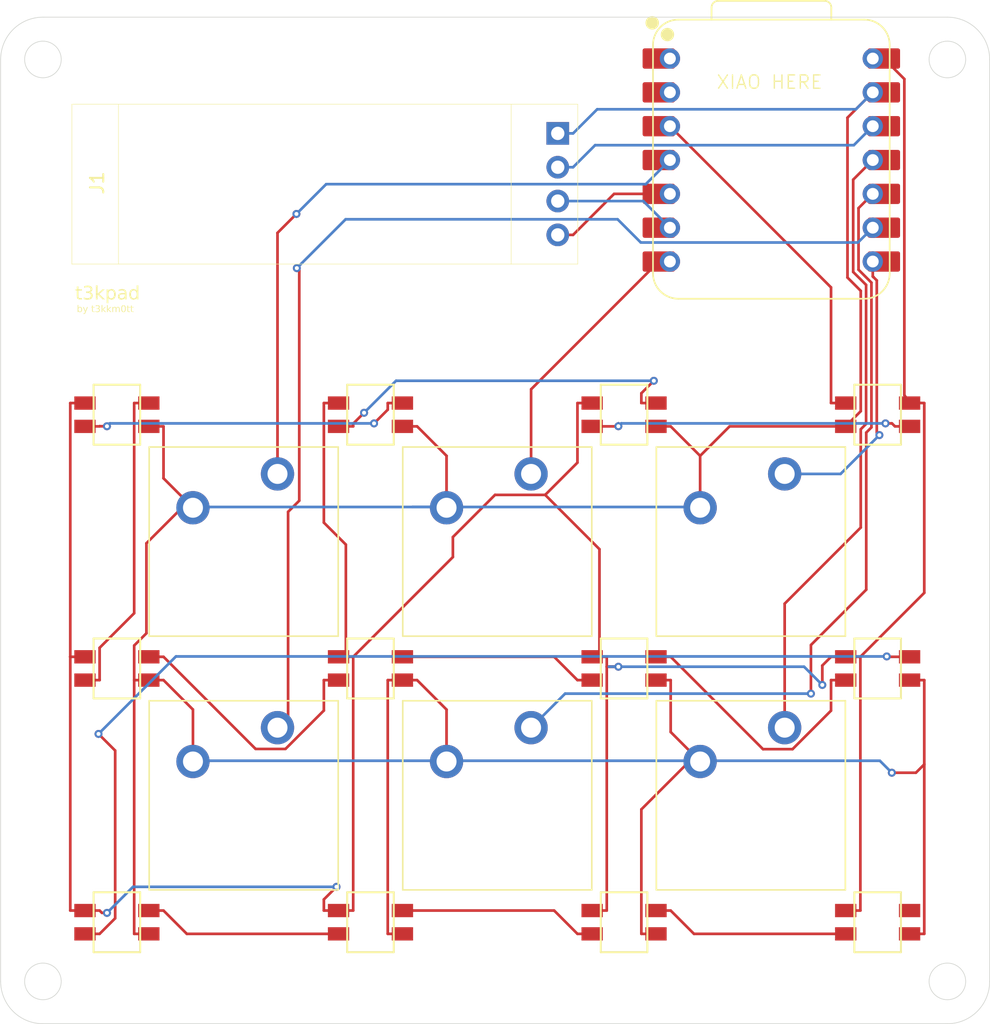
<source format=kicad_pcb>
(kicad_pcb (version 20241229) (generator "pcbnew") (generator_version "9.0")
  (layers (0 "F.Cu" signal) (2 "B.Cu" signal) (13 "F.Paste" user) (15 "B.Paste" user) (5 "F.SilkS" user "F.Silkscreen") (7 "B.SilkS" user "B.Silkscreen") (1 "F.Mask" user) (3 "B.Mask" user) (25 "Edge.Cuts" user))
  (net 0 "")
  (net 1 "Net-(U1-GPIO29{slash}ADC3{slash}A3)")
  (net 2 "Net-(U1-GPIO0{slash}TX)")
  (net 3 "Net-(U1-GPIO1{slash}RX)")
  (net 4 "Net-(U1-GPIO2{slash}SCK)")
  (net 5 "Net-(U1-GPIO4{slash}MISO)")
  (net 6 "Net-(U1-GPIO3{slash}MOSI)")
  (net 7 "Net-(D3-DOUT)")
  (net 8 "+3V3")
  (net 9 "Net-(D1-VSS)")
  (net 10 "Net-(D1-VDD)")
  (net 11 "Net-(D2-DOUT)")
  (net 12 "Net-(D7-DOUT)")
  (net 13 "Net-(D4-DOUT)")
  (net 14 "Net-(D5-DOUT)")
  (net 15 "Net-(D6-DOUT)")
  (net 16 "Net-(J1-Pin_4)")
  (net 17 "Net-(J1-Pin_3)")
  (net 18 "Net-(D10-DIN)")
  (net 19 "Net-(D10-DOUT)")
  (net 20 "Net-(D11-DOUT)")
  (net 22 "Net-(D8-DOUT)")
  (net 24 "VBUS")
  (net 25 "GND")
  (footprint "kicad-SK6812MINI:SK6812MINI" (layer "F.Cu") (at 85.5663 71.755)
    (property "Reference" "D7" (hide yes))
    (property "Value" "SK6812MINI" (hide yes))
    (fp_line (start -1.75 -2.25) (end 1.75 -2.25) (stroke (width 0.15)) (layer "F.SilkS"))
    (fp_line (start -1.75 2.25) (end -1.75 -2.25) (stroke (width 0.15)) (layer "F.SilkS"))
    (fp_line (start 1.75 -2.25) (end 1.75 2.25) (stroke (width 0.15)) (layer "F.SilkS"))
    (fp_line (start 1.75 2.25) (end -1.75 2.25) (stroke (width 0.15)) (layer "F.SilkS"))
    (pad "1" smd rect (at 2.4 -0.875) (size 1.6 1) (layers "F.Cu" "F.Mask" "F.Paste") (net 12 "Net-(D7-DOUT)"))
    (pad "2" smd rect (at 2.4 0.875) (size 1.6 1) (layers "F.Cu" "F.Mask" "F.Paste") (net 25 "GND"))
    (pad "3" smd rect (at -2.4 0.875) (size 1.6 1) (layers "F.Cu" "F.Mask" "F.Paste") (net 15 "Net-(D6-DOUT)"))
    (pad "4" smd rect (at -2.4 -0.875) (size 1.6 1) (layers "F.Cu" "F.Mask" "F.Paste") (net 24 "VBUS"))
  )
  (footprint "kicad-SK6812MINI:SK6812MINI" (layer "F.Cu") (at 104.6163 52.705)
    (property "Reference" "D1" (hide yes))
    (property "Value" "SK6812MINI" (hide yes))
    (fp_line (start -1.75 -2.25) (end 1.75 -2.25) (stroke (width 0.15)) (layer "F.SilkS"))
    (fp_line (start -1.75 2.25) (end -1.75 -2.25) (stroke (width 0.15)) (layer "F.SilkS"))
    (fp_line (start 1.75 -2.25) (end 1.75 2.25) (stroke (width 0.15)) (layer "F.SilkS"))
    (fp_line (start 1.75 2.25) (end -1.75 2.25) (stroke (width 0.15)) (layer "F.SilkS"))
    (pad "1" smd rect (at 2.4 -0.875) (size 1.6 1) (layers "F.Cu" "F.Mask" "F.Paste") (net 24 "VBUS"))
    (pad "2" smd rect (at 2.4 0.875) (size 1.6 1) (layers "F.Cu" "F.Mask" "F.Paste") (net 9 "Net-(D1-VSS)"))
    (pad "3" smd rect (at -2.4 0.875) (size 1.6 1) (layers "F.Cu" "F.Mask" "F.Paste") (net 25 "GND"))
    (pad "4" smd rect (at -2.4 -0.875) (size 1.6 1) (layers "F.Cu" "F.Mask" "F.Paste") (net 10 "Net-(D1-VDD)"))
  )
  (footprint "kicad-SK6812MINI:SK6812MINI" (layer "F.Cu") (at 104.6163 90.805)
    (property "Reference" "D12" (hide yes))
    (property "Value" "SK6812MINI" (hide yes))
    (fp_line (start -1.75 -2.25) (end 1.75 -2.25) (stroke (width 0.15)) (layer "F.SilkS"))
    (fp_line (start -1.75 2.25) (end -1.75 -2.25) (stroke (width 0.15)) (layer "F.SilkS"))
    (fp_line (start 1.75 -2.25) (end 1.75 2.25) (stroke (width 0.15)) (layer "F.SilkS"))
    (fp_line (start 1.75 2.25) (end -1.75 2.25) (stroke (width 0.15)) (layer "F.SilkS"))
    (pad "1" smd rect (at 2.4 -0.875) (size 1.6 1) (layers "F.Cu" "F.Mask" "F.Paste"))
    (pad "2" smd rect (at 2.4 0.875) (size 1.6 1) (layers "F.Cu" "F.Mask" "F.Paste") (net 25 "GND"))
    (pad "3" smd rect (at -2.4 0.875) (size 1.6 1) (layers "F.Cu" "F.Mask" "F.Paste") (net 20 "Net-(D11-DOUT)"))
    (pad "4" smd rect (at -2.4 -0.875) (size 1.6 1) (layers "F.Cu" "F.Mask" "F.Paste") (net 24 "VBUS"))
  )
  (footprint "ScottoKeebs_MX:MX_PCB_1.00u" (layer "F.Cu") (at 56.9913 81.28)
    (property "Reference" "SW4" (hide yes))
    (property "Value" "SW_Push" (hide yes))
    (fp_line (start -7.1 -7.1) (end -7.1 7.1) (stroke (width 0.12)) (layer "F.SilkS"))
    (fp_line (start -7.1 7.1) (end 7.1 7.1) (stroke (width 0.12)) (layer "F.SilkS"))
    (fp_line (start 7.1 -7.1) (end -7.1 -7.1) (stroke (width 0.12)) (layer "F.SilkS"))
    (fp_line (start 7.1 7.1) (end 7.1 -7.1) (stroke (width 0.12)) (layer "F.SilkS"))
    (pad "" np_thru_hole circle (at -5.08 0) (size 1.75 1.75) (drill 1.75) (layers "*.Cu" "*.Mask"))
    (pad "" np_thru_hole circle (at 0 0) (size 4 4) (drill 4) (layers "*.Cu" "*.Mask"))
    (pad "" np_thru_hole circle (at 5.08 0) (size 1.75 1.75) (drill 1.75) (layers "*.Cu" "*.Mask"))
    (pad "1" thru_hole circle (at -3.81 -2.54) (size 2.5 2.5) (drill 1.5) (layers "*.Cu" "*.Mask") (net 25 "GND"))
    (pad "2" thru_hole circle (at 2.54 -5.08) (size 2.5 2.5) (drill 1.5) (layers "*.Cu" "*.Mask") (net 4 "Net-(U1-GPIO2{slash}SCK)"))
  )
  (footprint "kicad-SK6812MINI:SK6812MINI" (layer "F.Cu") (at 47.4663 90.805)
    (property "Reference" "D9" (hide yes))
    (property "Value" "SK6812MINI" (hide yes))
    (fp_line (start -1.75 -2.25) (end 1.75 -2.25) (stroke (width 0.15)) (layer "F.SilkS"))
    (fp_line (start -1.75 2.25) (end -1.75 -2.25) (stroke (width 0.15)) (layer "F.SilkS"))
    (fp_line (start 1.75 -2.25) (end 1.75 2.25) (stroke (width 0.15)) (layer "F.SilkS"))
    (fp_line (start 1.75 2.25) (end -1.75 2.25) (stroke (width 0.15)) (layer "F.SilkS"))
    (pad "1" smd rect (at 2.4 -0.875) (size 1.6 1) (layers "F.Cu" "F.Mask" "F.Paste") (net 18 "Net-(D10-DIN)"))
    (pad "2" smd rect (at 2.4 0.875) (size 1.6 1) (layers "F.Cu" "F.Mask" "F.Paste") (net 25 "GND"))
    (pad "3" smd rect (at -2.4 0.875) (size 1.6 1) (layers "F.Cu" "F.Mask" "F.Paste") (net 22 "Net-(D8-DOUT)"))
    (pad "4" smd rect (at -2.4 -0.875) (size 1.6 1) (layers "F.Cu" "F.Mask" "F.Paste") (net 24 "VBUS"))
  )
  (footprint "ScottoKeebs_MX:MX_PCB_1.00u" (layer "F.Cu") (at 95.0913 62.23)
    (property "Reference" "SW3" (hide yes))
    (property "Value" "SW_Push" (hide yes))
    (fp_line (start -7.1 -7.1) (end -7.1 7.1) (stroke (width 0.12)) (layer "F.SilkS"))
    (fp_line (start -7.1 7.1) (end 7.1 7.1) (stroke (width 0.12)) (layer "F.SilkS"))
    (fp_line (start 7.1 -7.1) (end -7.1 -7.1) (stroke (width 0.12)) (layer "F.SilkS"))
    (fp_line (start 7.1 7.1) (end 7.1 -7.1) (stroke (width 0.12)) (layer "F.SilkS"))
    (pad "" np_thru_hole circle (at -5.08 0) (size 1.75 1.75) (drill 1.75) (layers "*.Cu" "*.Mask"))
    (pad "" np_thru_hole circle (at 0 0) (size 4 4) (drill 4) (layers "*.Cu" "*.Mask"))
    (pad "" np_thru_hole circle (at 5.08 0) (size 1.75 1.75) (drill 1.75) (layers "*.Cu" "*.Mask"))
    (pad "1" thru_hole circle (at -3.81 -2.54) (size 2.5 2.5) (drill 1.5) (layers "*.Cu" "*.Mask") (net 25 "GND"))
    (pad "2" thru_hole circle (at 2.54 -5.08) (size 2.5 2.5) (drill 1.5) (layers "*.Cu" "*.Mask") (net 3 "Net-(U1-GPIO1{slash}RX)"))
  )
  (footprint "kicad-SK6812MINI:SK6812MINI" (layer "F.Cu") (at 66.5163 71.755)
    (property "Reference" "D6" (hide yes))
    (property "Value" "SK6812MINI" (hide yes))
    (fp_line (start -1.75 -2.25) (end 1.75 -2.25) (stroke (width 0.15)) (layer "F.SilkS"))
    (fp_line (start -1.75 2.25) (end -1.75 -2.25) (stroke (width 0.15)) (layer "F.SilkS"))
    (fp_line (start 1.75 -2.25) (end 1.75 2.25) (stroke (width 0.15)) (layer "F.SilkS"))
    (fp_line (start 1.75 2.25) (end -1.75 2.25) (stroke (width 0.15)) (layer "F.SilkS"))
    (pad "1" smd rect (at 2.4 -0.875) (size 1.6 1) (layers "F.Cu" "F.Mask" "F.Paste") (net 15 "Net-(D6-DOUT)"))
    (pad "2" smd rect (at 2.4 0.875) (size 1.6 1) (layers "F.Cu" "F.Mask" "F.Paste") (net 25 "GND"))
    (pad "3" smd rect (at -2.4 0.875) (size 1.6 1) (layers "F.Cu" "F.Mask" "F.Paste") (net 14 "Net-(D5-DOUT)"))
    (pad "4" smd rect (at -2.4 -0.875) (size 1.6 1) (layers "F.Cu" "F.Mask" "F.Paste") (net 24 "VBUS"))
  )
  (footprint "kicad-SK6812MINI:SK6812MINI" (layer "F.Cu") (at 104.6163 71.755)
    (property "Reference" "D8" (hide yes))
    (property "Value" "SK6812MINI" (hide yes))
    (fp_line (start -1.75 -2.25) (end 1.75 -2.25) (stroke (width 0.15)) (layer "F.SilkS"))
    (fp_line (start -1.75 2.25) (end -1.75 -2.25) (stroke (width 0.15)) (layer "F.SilkS"))
    (fp_line (start 1.75 -2.25) (end 1.75 2.25) (stroke (width 0.15)) (layer "F.SilkS"))
    (fp_line (start 1.75 2.25) (end -1.75 2.25) (stroke (width 0.15)) (layer "F.SilkS"))
    (pad "1" smd rect (at 2.4 -0.875) (size 1.6 1) (layers "F.Cu" "F.Mask" "F.Paste") (net 22 "Net-(D8-DOUT)"))
    (pad "2" smd rect (at 2.4 0.875) (size 1.6 1) (layers "F.Cu" "F.Mask" "F.Paste") (net 25 "GND"))
    (pad "3" smd rect (at -2.4 0.875) (size 1.6 1) (layers "F.Cu" "F.Mask" "F.Paste") (net 12 "Net-(D7-DOUT)"))
    (pad "4" smd rect (at -2.4 -0.875) (size 1.6 1) (layers "F.Cu" "F.Mask" "F.Paste") (net 24 "VBUS"))
  )
  (footprint "ScottoKeebs_MX:MX_PCB_1.00u" (layer "F.Cu") (at 56.9913 62.23)
    (property "Reference" "SW1" (hide yes))
    (property "Value" "SW_Push" (hide yes))
    (fp_line (start -7.1 -7.1) (end -7.1 7.1) (stroke (width 0.12)) (layer "F.SilkS"))
    (fp_line (start -7.1 7.1) (end 7.1 7.1) (stroke (width 0.12)) (layer "F.SilkS"))
    (fp_line (start 7.1 -7.1) (end -7.1 -7.1) (stroke (width 0.12)) (layer "F.SilkS"))
    (fp_line (start 7.1 7.1) (end 7.1 -7.1) (stroke (width 0.12)) (layer "F.SilkS"))
    (pad "" np_thru_hole circle (at -5.08 0) (size 1.75 1.75) (drill 1.75) (layers "*.Cu" "*.Mask"))
    (pad "" np_thru_hole circle (at 0 0) (size 4 4) (drill 4) (layers "*.Cu" "*.Mask"))
    (pad "" np_thru_hole circle (at 5.08 0) (size 1.75 1.75) (drill 1.75) (layers "*.Cu" "*.Mask"))
    (pad "1" thru_hole circle (at -3.81 -2.54) (size 2.5 2.5) (drill 1.5) (layers "*.Cu" "*.Mask") (net 25 "GND"))
    (pad "2" thru_hole circle (at 2.54 -5.08) (size 2.5 2.5) (drill 1.5) (layers "*.Cu" "*.Mask") (net 1 "Net-(U1-GPIO29{slash}ADC3{slash}A3)"))
  )
  (footprint "kicad-SK6812MINI:SK6812MINI" (layer "F.Cu") (at 85.5663 52.705)
    (property "Reference" "D2" (hide yes))
    (property "Value" "SK6812MINI" (hide yes))
    (fp_line (start -1.75 -2.25) (end 1.75 -2.25) (stroke (width 0.15)) (layer "F.SilkS"))
    (fp_line (start -1.75 2.25) (end -1.75 -2.25) (stroke (width 0.15)) (layer "F.SilkS"))
    (fp_line (start 1.75 -2.25) (end 1.75 2.25) (stroke (width 0.15)) (layer "F.SilkS"))
    (fp_line (start 1.75 2.25) (end -1.75 2.25) (stroke (width 0.15)) (layer "F.SilkS"))
    (pad "1" smd rect (at 2.4 -0.875) (size 1.6 1) (layers "F.Cu" "F.Mask" "F.Paste") (net 11 "Net-(D2-DOUT)"))
    (pad "2" smd rect (at 2.4 0.875) (size 1.6 1) (layers "F.Cu" "F.Mask" "F.Paste") (net 25 "GND"))
    (pad "3" smd rect (at -2.4 0.875) (size 1.6 1) (layers "F.Cu" "F.Mask" "F.Paste") (net 9 "Net-(D1-VSS)"))
    (pad "4" smd rect (at -2.4 -0.875) (size 1.6 1) (layers "F.Cu" "F.Mask" "F.Paste") (net 24 "VBUS"))
  )
  (footprint "ScottoKeebs_MX:MX_PCB_1.00u" (layer "F.Cu") (at 76.0413 81.28)
    (property "Reference" "SW5" (hide yes))
    (property "Value" "SW_Push" (hide yes))
    (fp_line (start -7.1 -7.1) (end -7.1 7.1) (stroke (width 0.12)) (layer "F.SilkS"))
    (fp_line (start -7.1 7.1) (end 7.1 7.1) (stroke (width 0.12)) (layer "F.SilkS"))
    (fp_line (start 7.1 -7.1) (end -7.1 -7.1) (stroke (width 0.12)) (layer "F.SilkS"))
    (fp_line (start 7.1 7.1) (end 7.1 -7.1) (stroke (width 0.12)) (layer "F.SilkS"))
    (pad "" np_thru_hole circle (at -5.08 0) (size 1.75 1.75) (drill 1.75) (layers "*.Cu" "*.Mask"))
    (pad "" np_thru_hole circle (at 0 0) (size 4 4) (drill 4) (layers "*.Cu" "*.Mask"))
    (pad "" np_thru_hole circle (at 5.08 0) (size 1.75 1.75) (drill 1.75) (layers "*.Cu" "*.Mask"))
    (pad "1" thru_hole circle (at -3.81 -2.54) (size 2.5 2.5) (drill 1.5) (layers "*.Cu" "*.Mask") (net 25 "GND"))
    (pad "2" thru_hole circle (at 2.54 -5.08) (size 2.5 2.5) (drill 1.5) (layers "*.Cu" "*.Mask") (net 5 "Net-(U1-GPIO4{slash}MISO)"))
  )
  (footprint "ScottoKeebs_MX:MX_PCB_1.00u" (layer "F.Cu") (at 95.0913 81.28)
    (property "Reference" "SW6" (hide yes))
    (property "Value" "SW_Push" (hide yes))
    (fp_line (start -7.1 -7.1) (end -7.1 7.1) (stroke (width 0.12)) (layer "F.SilkS"))
    (fp_line (start -7.1 7.1) (end 7.1 7.1) (stroke (width 0.12)) (layer "F.SilkS"))
    (fp_line (start 7.1 -7.1) (end -7.1 -7.1) (stroke (width 0.12)) (layer "F.SilkS"))
    (fp_line (start 7.1 7.1) (end 7.1 -7.1) (stroke (width 0.12)) (layer "F.SilkS"))
    (pad "" np_thru_hole circle (at -5.08 0) (size 1.75 1.75) (drill 1.75) (layers "*.Cu" "*.Mask"))
    (pad "" np_thru_hole circle (at 0 0) (size 4 4) (drill 4) (layers "*.Cu" "*.Mask"))
    (pad "" np_thru_hole circle (at 5.08 0) (size 1.75 1.75) (drill 1.75) (layers "*.Cu" "*.Mask"))
    (pad "1" thru_hole circle (at -3.81 -2.54) (size 2.5 2.5) (drill 1.5) (layers "*.Cu" "*.Mask") (net 25 "GND"))
    (pad "2" thru_hole circle (at 2.54 -5.08) (size 2.5 2.5) (drill 1.5) (layers "*.Cu" "*.Mask") (net 6 "Net-(U1-GPIO3{slash}MOSI)"))
  )
  (footprint "KiCad-SSD1306-0.91-OLED-4pin-128x32:SSD1306-0.91-OLED-4pin-128x32" (layer "F.Cu") (at 44.085 29.395)
    (property "Reference" "J1" (at 1.9 5.91 90) (layer "F.SilkS"))
    (property "Value" "Conn_01x04_Pin" (hide yes))
    (fp_line (start 0 0) (end 0 12) (stroke (width 0.04)) (layer "F.SilkS"))
    (fp_line (start 0 12) (end 38 12) (stroke (width 0.04)) (layer "F.SilkS"))
    (fp_line (start 3.5 0) (end 3.5 12) (stroke (width 0.04)) (layer "F.SilkS"))
    (fp_line (start 33 0) (end 33 12) (stroke (width 0.04)) (layer "F.SilkS"))
    (fp_line (start 38 0) (end 0 0) (stroke (width 0.04)) (layer "F.SilkS"))
    (fp_line (start 38 12) (end 38 0) (stroke (width 0.04)) (layer "F.SilkS"))
    (pad "1" thru_hole rect (at 36.5 2.19) (size 1.7 1.7) (drill 1) (layers "*.Cu" "*.Mask") (net 25 "GND"))
    (pad "2" thru_hole oval (at 36.5 4.73) (size 1.7 1.7) (drill 1) (layers "*.Cu" "*.Mask") (net 8 "+3V3"))
    (pad "3" thru_hole oval (at 36.5 7.27) (size 1.7 1.7) (drill 1) (layers "*.Cu" "*.Mask") (net 17 "Net-(J1-Pin_3)"))
    (pad "4" thru_hole oval (at 36.5 9.81) (size 1.7 1.7) (drill 1) (layers "*.Cu" "*.Mask") (net 16 "Net-(J1-Pin_4)"))
  )
  (footprint "ScottoKeebs_MX:MX_PCB_1.00u" (layer "F.Cu") (at 76.0413 62.23)
    (property "Reference" "SW2" (hide yes))
    (property "Value" "SW_Push" (hide yes))
    (fp_line (start -7.1 -7.1) (end -7.1 7.1) (stroke (width 0.12)) (layer "F.SilkS"))
    (fp_line (start -7.1 7.1) (end 7.1 7.1) (stroke (width 0.12)) (layer "F.SilkS"))
    (fp_line (start 7.1 -7.1) (end -7.1 -7.1) (stroke (width 0.12)) (layer "F.SilkS"))
    (fp_line (start 7.1 7.1) (end 7.1 -7.1) (stroke (width 0.12)) (layer "F.SilkS"))
    (pad "" np_thru_hole circle (at -5.08 0) (size 1.75 1.75) (drill 1.75) (layers "*.Cu" "*.Mask"))
    (pad "" np_thru_hole circle (at 0 0) (size 4 4) (drill 4) (layers "*.Cu" "*.Mask"))
    (pad "" np_thru_hole circle (at 5.08 0) (size 1.75 1.75) (drill 1.75) (layers "*.Cu" "*.Mask"))
    (pad "1" thru_hole circle (at -3.81 -2.54) (size 2.5 2.5) (drill 1.5) (layers "*.Cu" "*.Mask") (net 25 "GND"))
    (pad "2" thru_hole circle (at 2.54 -5.08) (size 2.5 2.5) (drill 1.5) (layers "*.Cu" "*.Mask") (net 2 "Net-(U1-GPIO0{slash}TX)"))
  )
  (footprint "kicad-SK6812MINI:SK6812MINI" (layer "F.Cu") (at 47.4663 71.755)
    (property "Reference" "D5" (hide yes))
    (property "Value" "SK6812MINI" (hide yes))
    (fp_line (start -1.75 -2.25) (end 1.75 -2.25) (stroke (width 0.15)) (layer "F.SilkS"))
    (fp_line (start -1.75 2.25) (end -1.75 -2.25) (stroke (width 0.15)) (layer "F.SilkS"))
    (fp_line (start 1.75 -2.25) (end 1.75 2.25) (stroke (width 0.15)) (layer "F.SilkS"))
    (fp_line (start 1.75 2.25) (end -1.75 2.25) (stroke (width 0.15)) (layer "F.SilkS"))
    (pad "1" smd rect (at 2.4 -0.875) (size 1.6 1) (layers "F.Cu" "F.Mask" "F.Paste") (net 14 "Net-(D5-DOUT)"))
    (pad "2" smd rect (at 2.4 0.875) (size 1.6 1) (layers "F.Cu" "F.Mask" "F.Paste") (net 25 "GND"))
    (pad "3" smd rect (at -2.4 0.875) (size 1.6 1) (layers "F.Cu" "F.Mask" "F.Paste") (net 13 "Net-(D4-DOUT)"))
    (pad "4" smd rect (at -2.4 -0.875) (size 1.6 1) (layers "F.Cu" "F.Mask" "F.Paste") (net 24 "VBUS"))
  )
  (footprint "kicad-SK6812MINI:SK6812MINI" (layer "F.Cu") (at 47.4663 52.705)
    (property "Reference" "D4" (hide yes))
    (property "Value" "SK6812MINI" (hide yes))
    (fp_line (start -1.75 -2.25) (end 1.75 -2.25) (stroke (width 0.15)) (layer "F.SilkS"))
    (fp_line (start -1.75 2.25) (end -1.75 -2.25) (stroke (width 0.15)) (layer "F.SilkS"))
    (fp_line (start 1.75 -2.25) (end 1.75 2.25) (stroke (width 0.15)) (layer "F.SilkS"))
    (fp_line (start 1.75 2.25) (end -1.75 2.25) (stroke (width 0.15)) (layer "F.SilkS"))
    (pad "1" smd rect (at 2.4 -0.875) (size 1.6 1) (layers "F.Cu" "F.Mask" "F.Paste") (net 13 "Net-(D4-DOUT)"))
    (pad "2" smd rect (at 2.4 0.875) (size 1.6 1) (layers "F.Cu" "F.Mask" "F.Paste") (net 25 "GND"))
    (pad "3" smd rect (at -2.4 0.875) (size 1.6 1) (layers "F.Cu" "F.Mask" "F.Paste") (net 7 "Net-(D3-DOUT)"))
    (pad "4" smd rect (at -2.4 -0.875) (size 1.6 1) (layers "F.Cu" "F.Mask" "F.Paste") (net 24 "VBUS"))
  )
  (footprint "kicad-SK6812MINI:SK6812MINI" (layer "F.Cu") (at 85.5663 90.805)
    (property "Reference" "D11" (hide yes))
    (property "Value" "SK6812MINI" (hide yes))
    (fp_line (start -1.75 -2.25) (end 1.75 -2.25) (stroke (width 0.15)) (layer "F.SilkS"))
    (fp_line (start -1.75 2.25) (end -1.75 -2.25) (stroke (width 0.15)) (layer "F.SilkS"))
    (fp_line (start 1.75 -2.25) (end 1.75 2.25) (stroke (width 0.15)) (layer "F.SilkS"))
    (fp_line (start 1.75 2.25) (end -1.75 2.25) (stroke (width 0.15)) (layer "F.SilkS"))
    (pad "1" smd rect (at 2.4 -0.875) (size 1.6 1) (layers "F.Cu" "F.Mask" "F.Paste") (net 20 "Net-(D11-DOUT)"))
    (pad "2" smd rect (at 2.4 0.875) (size 1.6 1) (layers "F.Cu" "F.Mask" "F.Paste") (net 25 "GND"))
    (pad "3" smd rect (at -2.4 0.875) (size 1.6 1) (layers "F.Cu" "F.Mask" "F.Paste") (net 19 "Net-(D10-DOUT)"))
    (pad "4" smd rect (at -2.4 -0.875) (size 1.6 1) (layers "F.Cu" "F.Mask" "F.Paste") (net 24 "VBUS"))
  )
  (footprint "Seeed Studio XIAO Series Library:XIAO-RP2040-DIP" (layer "F.Cu") (at 96.63 33.585)
    (property "Reference" "U1" (hide yes))
    (property "Value" "XIAO-RP2040-DIP" (hide yes))
    (fp_line (start -8.89 8.509) (end -8.89 -8.636) (stroke (width 0.127)) (layer "F.SilkS"))
    (fp_line (start -6.985 10.414) (end 6.985 10.414) (stroke (width 0.127)) (layer "F.SilkS"))
    (fp_line (start -4.495 -10.541) (end -4.491272 -11.451272) (stroke (width 0.127)) (layer "F.SilkS"))
    (fp_line (start -3.991272 -11.951) (end 4.004 -11.951) (stroke (width 0.127)) (layer "F.SilkS"))
    (fp_line (start 4.504 -11.451) (end 4.504 -10.541) (stroke (width 0.127)) (layer "F.SilkS"))
    (fp_line (start 6.985 -10.541) (end -6.985 -10.541) (stroke (width 0.1)) (layer "F.SilkS"))
    (fp_line (start 6.985 -10.541) (end -6.985 -10.541) (stroke (width 0.127)) (layer "F.SilkS"))
    (fp_line (start 8.89 8.509) (end 8.89 -8.636) (stroke (width 0.127)) (layer "F.SilkS"))
    (fp_arc (start -8.89 -8.636) (mid -8.332038 -9.983038) (end -6.985 -10.541) (stroke (width 0.127)) (layer "F.SilkS"))
    (fp_arc (start -6.985 10.414) (mid -8.332038 9.856038) (end -8.89 8.509) (stroke (width 0.127)) (layer "F.SilkS"))
    (fp_arc (start -4.491272 -11.451272) (mid -4.344728 -11.80464) (end -3.991272 -11.951) (stroke (width 0.127)) (layer "F.SilkS"))
    (fp_arc (start 4.004 -11.951) (mid 4.357553 -11.804553) (end 4.504 -11.451) (stroke (width 0.127)) (layer "F.SilkS"))
    (fp_arc (start 6.985 -10.541) (mid 8.332038 -9.983038) (end 8.89 -8.636) (stroke (width 0.127)) (layer "F.SilkS"))
    (fp_arc (start 8.89 8.509) (mid 8.332038 9.856038) (end 6.985 10.414) (stroke (width 0.127)) (layer "F.SilkS"))
    (fp_circle (center -8.95 -10.3) (end -8.95 -10.554) (stroke (width 0.5)) (fill yes) (layer "F.SilkS"))
    (fp_circle (center -7.807 -9.42) (end -7.807 -9.674) (stroke (width 0.5)) (fill yes) (layer "F.SilkS"))
    (pad "1" smd roundrect (at -8.455 -7.62 180) (size 2.432 1.524) (layers "F.Cu" "F.Mask") (roundrect_rratio 0.1))
    (pad "1" thru_hole circle (at -7.62 -7.62 180) (size 1.524 1.524) (drill 0.889) (layers "*.Cu" "*.Mask"))
    (pad "2" smd roundrect (at -8.455 -5.08 180) (size 2.432 1.524) (layers "F.Cu" "F.Mask") (roundrect_rratio 0.1))
    (pad "2" thru_hole circle (at -7.62 -5.08 180) (size 1.524 1.524) (drill 0.889) (layers "*.Cu" "*.Mask"))
    (pad "3" smd roundrect (at -8.455 -2.54 180) (size 2.432 1.524) (layers "F.Cu" "F.Mask") (roundrect_rratio 0.1) (net 10 "Net-(D1-VDD)"))
    (pad "3" thru_hole circle (at -7.62 -2.54 180) (size 1.524 1.524) (drill 0.889) (layers "*.Cu" "*.Mask") (net 10 "Net-(D1-VDD)"))
    (pad "4" smd roundrect (at -8.455 0 180) (size 2.432 1.524) (layers "F.Cu" "F.Mask") (roundrect_rratio 0.1) (net 1 "Net-(U1-GPIO29{slash}ADC3{slash}A3)"))
    (pad "4" thru_hole circle (at -7.62 0 180) (size 1.524 1.524) (drill 0.889) (layers "*.Cu" "*.Mask") (net 1 "Net-(U1-GPIO29{slash}ADC3{slash}A3)"))
    (pad "5" smd roundrect (at -8.455 2.54 180) (size 2.432 1.524) (layers "F.Cu" "F.Mask") (roundrect_rratio 0.1) (net 16 "Net-(J1-Pin_4)"))
    (pad "5" thru_hole circle (at -7.62 2.54 180) (size 1.524 1.524) (drill 0.889) (layers "*.Cu" "*.Mask") (net 16 "Net-(J1-Pin_4)"))
    (pad "6" smd roundrect (at -8.455 5.08 180) (size 2.432 1.524) (layers "F.Cu" "F.Mask") (roundrect_rratio 0.1) (net 17 "Net-(J1-Pin_3)"))
    (pad "6" thru_hole circle (at -7.62 5.08 180) (size 1.524 1.524) (drill 0.889) (layers "*.Cu" "*.Mask") (net 17 "Net-(J1-Pin_3)"))
    (pad "7" smd roundrect (at -8.455 7.62 180) (size 2.432 1.524) (layers "F.Cu" "F.Mask") (roundrect_rratio 0.1) (net 2 "Net-(U1-GPIO0{slash}TX)"))
    (pad "7" thru_hole circle (at -7.62 7.62 180) (size 1.524 1.524) (drill 0.889) (layers "*.Cu" "*.Mask") (net 2 "Net-(U1-GPIO0{slash}TX)"))
    (pad "8" thru_hole circle (at 7.62 7.62) (size 1.524 1.524) (drill 0.889) (layers "*.Cu" "*.Mask") (net 3 "Net-(U1-GPIO1{slash}RX)"))
    (pad "8" smd roundrect (at 8.455 7.62) (size 2.432 1.524) (layers "F.Cu" "F.Mask") (roundrect_rratio 0.1) (net 3 "Net-(U1-GPIO1{slash}RX)"))
    (pad "9" thru_hole circle (at 7.62 5.08) (size 1.524 1.524) (drill 0.889) (layers "*.Cu" "*.Mask") (net 4 "Net-(U1-GPIO2{slash}SCK)"))
    (pad "9" smd roundrect (at 8.455 5.08) (size 2.432 1.524) (layers "F.Cu" "F.Mask") (roundrect_rratio 0.1) (net 4 "Net-(U1-GPIO2{slash}SCK)"))
    (pad "10" thru_hole circle (at 7.62 2.54) (size 1.524 1.524) (drill 0.889) (layers "*.Cu" "*.Mask") (net 5 "Net-(U1-GPIO4{slash}MISO)"))
    (pad "10" smd roundrect (at 8.455 2.54) (size 2.432 1.524) (layers "F.Cu" "F.Mask") (roundrect_rratio 0.1) (net 5 "Net-(U1-GPIO4{slash}MISO)"))
    (pad "11" thru_hole circle (at 7.62 0) (size 1.524 1.524) (drill 0.889) (layers "*.Cu" "*.Mask") (net 6 "Net-(U1-GPIO3{slash}MOSI)"))
    (pad "11" smd roundrect (at 8.455 0) (size 2.432 1.524) (layers "F.Cu" "F.Mask") (roundrect_rratio 0.1) (net 6 "Net-(U1-GPIO3{slash}MOSI)"))
    (pad "12" thru_hole circle (at 7.62 -2.54) (size 1.524 1.524) (drill 0.889) (layers "*.Cu" "*.Mask") (net 8 "+3V3"))
    (pad "12" smd roundrect (at 8.455 -2.54) (size 2.432 1.524) (layers "F.Cu" "F.Mask") (roundrect_rratio 0.1) (net 8 "+3V3"))
    (pad "13" thru_hole circle (at 7.62 -5.08) (size 1.524 1.524) (drill 0.889) (layers "*.Cu" "*.Mask") (net 25 "GND"))
    (pad "13" smd roundrect (at 8.455 -5.08) (size 2.432 1.524) (layers "F.Cu" "F.Mask") (roundrect_rratio 0.1) (net 25 "GND"))
    (pad "14" thru_hole circle (at 7.62 -7.62) (size 1.524 1.524) (drill 0.889) (layers "*.Cu" "*.Mask") (net 24 "VBUS"))
    (pad "14" smd roundrect (at 8.455 -7.62) (size 2.432 1.524) (layers "F.Cu" "F.Mask") (roundrect_rratio 0.1) (net 24 "VBUS"))
  )
  (footprint "kicad-SK6812MINI:SK6812MINI" (layer "F.Cu") (at 66.5163 52.705)
    (property "Reference" "D3" (hide yes))
    (property "Value" "SK6812MINI" (hide yes))
    (fp_line (start -1.75 -2.25) (end 1.75 -2.25) (stroke (width 0.15)) (layer "F.SilkS"))
    (fp_line (start -1.75 2.25) (end -1.75 -2.25) (stroke (width 0.15)) (layer "F.SilkS"))
    (fp_line (start 1.75 -2.25) (end 1.75 2.25) (stroke (width 0.15)) (layer "F.SilkS"))
    (fp_line (start 1.75 2.25) (end -1.75 2.25) (stroke (width 0.15)) (layer "F.SilkS"))
    (pad "1" smd rect (at 2.4 -0.875) (size 1.6 1) (layers "F.Cu" "F.Mask" "F.Paste") (net 7 "Net-(D3-DOUT)"))
    (pad "2" smd rect (at 2.4 0.875) (size 1.6 1) (layers "F.Cu" "F.Mask" "F.Paste") (net 25 "GND"))
    (pad "3" smd rect (at -2.4 0.875) (size 1.6 1) (layers "F.Cu" "F.Mask" "F.Paste") (net 11 "Net-(D2-DOUT)"))
    (pad "4" smd rect (at -2.4 -0.875) (size 1.6 1) (layers "F.Cu" "F.Mask" "F.Paste") (net 24 "VBUS"))
  )
  (footprint "kicad-SK6812MINI:SK6812MINI" (layer "F.Cu") (at 66.5163 90.805)
    (property "Reference" "D10" (hide yes))
    (property "Value" "SK6812MINI" (hide yes))
    (fp_line (start -1.75 -2.25) (end 1.75 -2.25) (stroke (width 0.15)) (layer "F.SilkS"))
    (fp_line (start -1.75 2.25) (end -1.75 -2.25) (stroke (width 0.15)) (layer "F.SilkS"))
    (fp_line (start 1.75 -2.25) (end 1.75 2.25) (stroke (width 0.15)) (layer "F.SilkS"))
    (fp_line (start 1.75 2.25) (end -1.75 2.25) (stroke (width 0.15)) (layer "F.SilkS"))
    (pad "1" smd rect (at 2.4 -0.875) (size 1.6 1) (layers "F.Cu" "F.Mask" "F.Paste") (net 19 "Net-(D10-DOUT)"))
    (pad "2" smd rect (at 2.4 0.875) (size 1.6 1) (layers "F.Cu" "F.Mask" "F.Paste") (net 25 "GND"))
    (pad "3" smd rect (at -2.4 0.875) (size 1.6 1) (layers "F.Cu" "F.Mask" "F.Paste") (net 18 "Net-(D10-DIN)"))
    (pad "4" smd rect (at -2.4 -0.875) (size 1.6 1) (layers "F.Cu" "F.Mask" "F.Paste") (net 24 "VBUS"))
  )
  (gr_line (start 106.635 51.255) (end 107.035 51.805) (stroke (width 0.2)) (layer "F.Cu") (net 24))
  (gr_line (start 107.035 51.805) (end 108.118 51.83) (stroke (width 0.2)) (layer "F.Cu") (net 24))
  (gr_circle (center 41.91 26.035) (end 43.285 26.035) (stroke (width 0.05)) (fill no) (layer "Edge.Cuts"))
  (gr_arc (start 113.03 95.25) (mid 112.100064 97.495064) (end 109.855 98.425) (stroke (width 0.05)) (layer "Edge.Cuts"))
  (gr_arc (start 41.91 98.425) (mid 39.664936 97.495064) (end 38.735 95.25) (stroke (width 0.05)) (layer "Edge.Cuts"))
  (gr_circle (center 109.855 95.25) (end 111.23 95.25) (stroke (width 0.05)) (fill no) (layer "Edge.Cuts"))
  (gr_arc (start 38.735 26.035) (mid 39.664936 23.789936) (end 41.91 22.86) (stroke (width 0.05)) (layer "Edge.Cuts"))
  (gr_circle (center 41.91 95.25) (end 43.285 95.25) (stroke (width 0.05)) (fill no) (layer "Edge.Cuts"))
  (gr_line (start 41.91 98.425) (end 109.855 98.425) (stroke (width 0.05)) (layer "Edge.Cuts"))
  (gr_circle (center 109.855 26.035) (end 111.23 26.035) (stroke (width 0.05)) (fill no) (layer "Edge.Cuts"))
  (gr_line (start 38.735 26.035) (end 38.735 95.25) (stroke (width 0.05)) (layer "Edge.Cuts"))
  (gr_line (start 113.03 95.25) (end 113.03 26.035) (stroke (width 0.05)) (layer "Edge.Cuts"))
  (gr_arc (start 109.855 22.86) (mid 112.100064 23.789936) (end 113.03 26.035) (stroke (width 0.05)) (layer "Edge.Cuts"))
  (gr_line (start 109.855 22.86) (end 41.91 22.86) (stroke (width 0.05)) (layer "Edge.Cuts"))
  (gr_text "by t3kkm0tt" (at 44.45 45.085 0) (layer "F.SilkS") (effects (font (size 0.5 0.5) (thickness 0.1)) (justify left bottom)))
  (gr_text "XIAO HERE" (at 92.456 28.321 0) (layer "F.SilkS") (effects (font (size 1 1) (thickness 0.1)) (justify left bottom)))
  (gr_text "t3kpad\n" (at 44.323 43.053 0) (layer "F.SilkS") (effects (font (size 1 1) (thickness 0.1)) (justify left top)))
  (segment (start 59.5313 57.15) (end 59.5313 39.0546) (width 0.2) (layer "F.Cu") (net 1))
  (segment (start 59.5313 39.0546) (end 60.9542 37.6317) (width 0.2) (layer "F.Cu") (net 1))
  (via (at 60.9542 37.6317) (size 0.6) (drill 0.3) (layers "F.Cu" "B.Cu") (net 1))
  (segment (start 60.9542 37.6317) (end 63.1909 35.395) (width 0.2) (layer "B.Cu") (net 1))
  (segment (start 63.1909 35.395) (end 87.2 35.395) (width 0.2) (layer "B.Cu") (net 1))
  (segment (start 87.2 35.395) (end 89.01 33.585) (width 0.2) (layer "B.Cu") (net 1))
  (segment (start 78.5813 50.7987) (end 78.5813 57.15) (width 0.2) (layer "F.Cu") (net 2))
  (segment (start 88.175 41.205) (end 78.5813 50.7987) (width 0.2) (layer "F.Cu") (net 2))
  (segment (start 89.01 41.205) (end 88.175 41.205) (width 0.2) (layer "F.Cu") (net 2))
  (segment (start 104.7471 54.2349) (end 104.5508 54.0386) (width 0.2) (layer "F.Cu") (net 3))
  (segment (start 104.3154 42.388) (end 104.25 42.3226) (width 0.2) (layer "F.Cu") (net 3))
  (segment (start 104.5508 54.0386) (end 104.5508 42.6234) (width 0.2) (layer "F.Cu") (net 3))
  (segment (start 104.25 42.3226) (end 104.25 41.205) (width 0.2) (layer "F.Cu") (net 3))
  (segment (start 104.3154 42.388) (end 104.25 42.3226) (width 0.2) (layer "F.Cu") (net 3))
  (segment (start 104.5508 42.6234) (end 104.3154 42.388) (width 0.2) (layer "F.Cu") (net 3))
  (via (at 104.7471 54.2349) (size 0.6) (drill 0.3) (layers "F.Cu" "B.Cu") (net 3))
  (segment (start 97.6313 57.15) (end 101.832 57.15) (width 0.2) (layer "B.Cu") (net 3))
  (segment (start 101.832 57.15) (end 104.7471 54.2349) (width 0.2) (layer "B.Cu") (net 3))
  (segment (start 61.1666 41.8831) (end 60.9835 41.7) (width 0.2) (layer "F.Cu") (net 4))
  (segment (start 61.1666 59.1565) (end 61.1666 41.8831) (width 0.2) (layer "F.Cu") (net 4))
  (segment (start 60.3269 59.9962) (end 61.1666 59.1565) (width 0.2) (layer "F.Cu") (net 4))
  (segment (start 59.5313 76.2) (end 60.3269 75.4044) (width 0.2) (layer "F.Cu") (net 4))
  (segment (start 60.3269 75.4044) (end 60.3269 59.9962) (width 0.2) (layer "F.Cu") (net 4))
  (via (at 60.9835 41.7) (size 0.6) (drill 0.3) (layers "F.Cu" "B.Cu") (net 4))
  (segment (start 103.1388 39.7762) (end 104.25 38.665) (width 0.2) (layer "B.Cu") (net 4))
  (segment (start 64.649 38.0345) (end 85.0807 38.0345) (width 0.2) (layer "B.Cu") (net 4))
  (segment (start 85.0807 38.0345) (end 86.8224 39.7762) (width 0.2) (layer "B.Cu") (net 4))
  (segment (start 86.8224 39.7762) (end 103.1388 39.7762) (width 0.2) (layer "B.Cu") (net 4))
  (segment (start 60.9835 41.7) (end 64.649 38.0345) (width 0.2) (layer "B.Cu") (net 4))
  (segment (start 103.18 37.195) (end 103.18 41.8206) (width 0.2) (layer "F.Cu") (net 5))
  (segment (start 104.1491 42.7897) (end 104.1491 53.6557) (width 0.2) (layer "F.Cu") (net 5))
  (segment (start 104.1491 53.6557) (end 103.7594 54.0454) (width 0.2) (layer "F.Cu") (net 5))
  (segment (start 104.25 36.125) (end 103.18 37.195) (width 0.2) (layer "F.Cu") (net 5))
  (segment (start 99.6037 69.9947) (end 99.6037 73.6459) (width 0.2) (layer "F.Cu") (net 5))
  (segment (start 103.7594 54.0454) (end 103.7594 65.839) (width 0.2) (layer "F.Cu") (net 5))
  (segment (start 103.18 41.8206) (end 104.1491 42.7897) (width 0.2) (layer "F.Cu") (net 5))
  (segment (start 103.7594 65.839) (end 99.6037 69.9947) (width 0.2) (layer "F.Cu") (net 5))
  (via (at 99.6037 73.6459) (size 0.6) (drill 0.3) (layers "F.Cu" "B.Cu") (net 5))
  (segment (start 99.6037 73.6459) (end 81.1354 73.6459) (width 0.2) (layer "B.Cu") (net 5))
  (segment (start 81.1354 73.6459) (end 78.5813 76.2) (width 0.2) (layer "B.Cu") (net 5))
  (segment (start 103.7474 53.3965) (end 103.7474 42.9561) (width 0.2) (layer "F.Cu") (net 6))
  (segment (start 103.3457 61.1775) (end 103.3457 53.7982) (width 0.2) (layer "F.Cu") (net 6))
  (segment (start 97.6313 66.8919) (end 103.3457 61.1775) (width 0.2) (layer "F.Cu") (net 6))
  (segment (start 102.7782 35.0568) (end 104.25 33.585) (width 0.2) (layer "F.Cu") (net 6))
  (segment (start 103.3457 53.7982) (end 103.7474 53.3965) (width 0.2) (layer "F.Cu") (net 6))
  (segment (start 103.7474 42.9561) (end 102.7782 41.9869) (width 0.2) (layer "F.Cu") (net 6))
  (segment (start 97.6313 76.2) (end 97.6313 66.8919) (width 0.2) (layer "F.Cu") (net 6))
  (segment (start 102.7782 41.9869) (end 102.7782 35.0568) (width 0.2) (layer "F.Cu") (net 6))
  (segment (start 67.8146 52.3266) (end 66.7848 53.3564) (width 0.2) (layer "F.Cu") (net 7))
  (segment (start 67.8146 51.83) (end 67.8146 52.3266) (width 0.2) (layer "F.Cu") (net 7))
  (segment (start 46.1763 53.5717) (end 46.168 53.58) (width 0.2) (layer "F.Cu") (net 7))
  (segment (start 46.7204 53.5717) (end 46.1763 53.5717) (width 0.2) (layer "F.Cu") (net 7))
  (segment (start 68.9163 51.83) (end 67.8146 51.83) (width 0.2) (layer "F.Cu") (net 7))
  (segment (start 45.0663 53.58) (end 46.168 53.58) (width 0.2) (layer "F.Cu") (net 7))
  (via (at 46.7204 53.5717) (size 0.6) (drill 0.3) (layers "F.Cu" "B.Cu") (net 7))
  (via (at 66.7848 53.3564) (size 0.6) (drill 0.3) (layers "F.Cu" "B.Cu") (net 7))
  (segment (start 46.9357 53.3564) (end 46.7204 53.5717) (width 0.2) (layer "B.Cu") (net 7))
  (segment (start 66.7848 53.3564) (end 46.9357 53.3564) (width 0.2) (layer "B.Cu") (net 7))
  (segment (start 83.3908 32.4709) (end 102.8241 32.4709) (width 0.2) (layer "B.Cu") (net 8))
  (segment (start 102.8241 32.4709) (end 104.25 31.045) (width 0.2) (layer "B.Cu") (net 8))
  (segment (start 80.585 34.125) (end 81.7367 34.125) (width 0.2) (layer "B.Cu") (net 8))
  (segment (start 81.7367 34.125) (end 83.3908 32.4709) (width 0.2) (layer "B.Cu") (net 8))
  (segment (start 83.1663 53.58) (end 85.1308 53.58) (width 0.2) (layer "F.Cu") (net 9))
  (segment (start 85.1308 53.58) (end 85.1391 53.5717) (width 0.2) (layer "F.Cu") (net 9))
  (segment (start 105.691 53.3564) (end 105.2051 53.3564) (width 0.2) (layer "F.Cu") (net 9))
  (segment (start 85.1391 53.3564) (end 85.1391 53.5717) (width 0.2) (layer "F.Cu") (net 9))
  (segment (start 107.0163 53.58) (end 105.9146 53.58) (width 0.2) (layer "F.Cu") (net 9))
  (segment (start 105.9146 53.58) (end 105.691 53.3564) (width 0.2) (layer "F.Cu") (net 9))
  (segment (start 85.1391 53.5717) (end 85.1391 53.3564) (width 0.2) (layer "F.Cu") (net 9))
  (via (at 85.1391 53.5717) (size 0.6) (drill 0.3) (layers "F.Cu" "B.Cu") (net 9))
  (via (at 105.2051 53.3564) (size 0.6) (drill 0.3) (layers "F.Cu" "B.Cu") (net 9))
  (segment (start 85.1391 53.3564) (end 85.1391 53.5717) (width 0.2) (layer "B.Cu") (net 9))
  (segment (start 85.3544 53.3564) (end 105.2051 53.3564) (width 0.2) (layer "B.Cu") (net 9))
  (segment (start 85.1391 53.5717) (end 85.3544 53.3564) (width 0.2) (layer "B.Cu") (net 9))
  (segment (start 85.1391 53.5717) (end 85.1391 53.3564) (width 0.2) (layer "B.Cu") (net 9))
  (segment (start 89.01 31.045) (end 101.1146 43.1496) (width 0.2) (layer "F.Cu") (net 10))
  (segment (start 102.2163 51.83) (end 101.1146 51.83) (width 0.2) (layer "F.Cu") (net 10))
  (segment (start 101.1146 43.1496) (end 101.1146 51.83) (width 0.2) (layer "F.Cu") (net 10))
  (segment (start 65.218 53.376) (end 66.0349 52.5591) (width 0.2) (layer "F.Cu") (net 11))
  (segment (start 87.8017 50.1576) (end 86.8646 51.0947) (width 0.2) (layer "F.Cu") (net 11))
  (segment (start 87.9663 51.83) (end 86.8646 51.83) (width 0.2) (layer "F.Cu") (net 11))
  (segment (start 86.8646 51.0947) (end 86.8646 51.83) (width 0.2) (layer "F.Cu") (net 11))
  (segment (start 64.1163 53.58) (end 65.218 53.58) (width 0.2) (layer "F.Cu") (net 11))
  (segment (start 65.218 53.58) (end 65.218 53.376) (width 0.2) (layer "F.Cu") (net 11))
  (via (at 66.0349 52.5591) (size 0.6) (drill 0.3) (layers "F.Cu" "B.Cu") (net 11))
  (via (at 87.8017 50.1576) (size 0.6) (drill 0.3) (layers "F.Cu" "B.Cu") (net 11))
  (segment (start 68.4364 50.1576) (end 87.8017 50.1576) (width 0.2) (layer "B.Cu") (net 11))
  (segment (start 66.0349 52.5591) (end 68.4364 50.1576) (width 0.2) (layer "B.Cu") (net 11))
  (segment (start 89.068 70.88) (end 96.0011 77.8131) (width 0.2) (layer "F.Cu") (net 12))
  (segment (start 87.9663 70.88) (end 89.068 70.88) (width 0.2) (layer "F.Cu") (net 12))
  (segment (start 101.1146 74.9205) (end 101.1146 72.63) (width 0.2) (layer "F.Cu") (net 12))
  (segment (start 96.0011 77.8131) (end 98.222 77.8131) (width 0.2) (layer "F.Cu") (net 12))
  (segment (start 98.222 77.8131) (end 101.1146 74.9205) (width 0.2) (layer "F.Cu") (net 12))
  (segment (start 102.2163 72.63) (end 101.1146 72.63) (width 0.2) (layer "F.Cu") (net 12))
  (segment (start 48.7646 51.83) (end 48.7646 67.608) (width 0.2) (layer "F.Cu") (net 13))
  (segment (start 46.168 70.2046) (end 46.168 72.63) (width 0.2) (layer "F.Cu") (net 13))
  (segment (start 48.7646 67.608) (end 46.168 70.2046) (width 0.2) (layer "F.Cu") (net 13))
  (segment (start 45.0663 72.63) (end 46.168 72.63) (width 0.2) (layer "F.Cu") (net 13))
  (segment (start 49.8663 51.83) (end 48.7646 51.83) (width 0.2) (layer "F.Cu") (net 13))
  (segment (start 57.8874 77.7994) (end 50.968 70.88) (width 0.2) (layer "F.Cu") (net 14))
  (segment (start 60.1287 77.7994) (end 57.8874 77.7994) (width 0.2) (layer "F.Cu") (net 14))
  (segment (start 63.0146 72.63) (end 63.0146 74.9135) (width 0.2) (layer "F.Cu") (net 14))
  (segment (start 64.1163 72.63) (end 63.0146 72.63) (width 0.2) (layer "F.Cu") (net 14))
  (segment (start 49.8663 70.88) (end 50.968 70.88) (width 0.2) (layer "F.Cu") (net 14))
  (segment (start 63.0146 74.9135) (end 60.1287 77.7994) (width 0.2) (layer "F.Cu") (net 14))
  (segment (start 83.1663 72.63) (end 82.0646 72.63) (width 0.2) (layer "F.Cu") (net 15))
  (segment (start 80.3146 70.88) (end 82.0646 72.63) (width 0.2) (layer "F.Cu") (net 15))
  (segment (start 68.9163 70.88) (end 80.3146 70.88) (width 0.2) (layer "F.Cu") (net 15))
  (segment (start 84.8167 36.125) (end 81.7367 39.205) (width 0.2) (layer "F.Cu") (net 16))
  (segment (start 89.01 36.125) (end 88.175 36.125) (width 0.2) (layer "F.Cu") (net 16))
  (segment (start 88.175 36.125) (end 84.8167 36.125) (width 0.2) (layer "F.Cu") (net 16))
  (segment (start 80.585 39.205) (end 81.7367 39.205) (width 0.2) (layer "F.Cu") (net 16))
  (segment (start 87.01 36.665) (end 89.01 38.665) (width 0.2) (layer "B.Cu") (net 17))
  (segment (start 80.585 36.665) (end 87.01 36.665) (width 0.2) (layer "B.Cu") (net 17))
  (segment (start 52.718 91.68) (end 50.968 89.93) (width 0.2) (layer "F.Cu") (net 18))
  (segment (start 64.1163 91.68) (end 52.718 91.68) (width 0.2) (layer "F.Cu") (net 18))
  (segment (start 49.8663 89.93) (end 50.968 89.93) (width 0.2) (layer "F.Cu") (net 18))
  (segment (start 80.3146 89.93) (end 82.0646 91.68) (width 0.2) (layer "F.Cu") (net 19))
  (segment (start 83.1663 91.68) (end 82.0646 91.68) (width 0.2) (layer "F.Cu") (net 19))
  (segment (start 68.9163 89.93) (end 80.3146 89.93) (width 0.2) (layer "F.Cu") (net 19))
  (segment (start 102.2163 91.68) (end 90.818 91.68) (width 0.2) (layer "F.Cu") (net 20))
  (segment (start 87.9663 89.93) (end 89.068 89.93) (width 0.2) (layer "F.Cu") (net 20))
  (segment (start 90.818 91.68) (end 89.068 89.93) (width 0.2) (layer "F.Cu") (net 20))
  (segment (start 47.3383 90.5097) (end 47.3383 77.923) (width 0.2) (layer "F.Cu") (net 22))
  (segment (start 105.3265 70.88) (end 105.2991 70.8526) (width 0.2) (layer "F.Cu") (net 22))
  (segment (start 107.0163 70.88) (end 105.3265 70.88) (width 0.2) (layer "F.Cu") (net 22))
  (segment (start 47.3383 77.923) (end 46.0845 76.6692) (width 0.2) (layer "F.Cu") (net 22))
  (segment (start 46.168 91.68) (end 47.3383 90.5097) (width 0.2) (layer "F.Cu") (net 22))
  (segment (start 45.0663 91.68) (end 46.168 91.68) (width 0.2) (layer "F.Cu") (net 22))
  (via (at 105.2991 70.8526) (size 0.6) (drill 0.3) (layers "F.Cu" "B.Cu") (net 22))
  (via (at 46.0845 76.6692) (size 0.6) (drill 0.3) (layers "F.Cu" "B.Cu") (net 22))
  (segment (start 105.2991 70.8526) (end 51.9011 70.8526) (width 0.2) (layer "B.Cu") (net 22))
  (segment (start 51.9011 70.8526) (end 46.0845 76.6692) (width 0.2) (layer "B.Cu") (net 22))
  (segment (start 45.0663 89.93) (end 46.168 89.93) (width 0.2) (layer "F.Cu") (net 24))
  (segment (start 83.7172 62.7998) (end 79.642 58.7246) (width 0.2) (layer "F.Cu") (net 24))
  (segment (start 64.1163 51.83) (end 63.0146 51.83) (width 0.2) (layer "F.Cu") (net 24))
  (segment (start 83.1663 70.88) (end 83.7172 70.88) (width 0.2) (layer "F.Cu") (net 24))
  (segment (start 43.9646 51.83) (end 43.9646 70.8785) (width 0.2) (layer "F.Cu") (net 24))
  (segment (start 64.6672 62.4559) (end 63.0146 60.8033) (width 0.2) (layer "F.Cu") (net 24))
  (segment (start 63.0146 89.098) (end 63.0146 89.93) (width 0.2) (layer "F.Cu") (net 24))
  (segment (start 43.9646 70.8785) (end 43.9661 70.88) (width 0.2) (layer "F.Cu") (net 24))
  (segment (start 43.9661 70.88) (end 43.9646 70.88) (width 0.2) (layer "F.Cu") (net 24))
  (segment (start 108.118 66.08) (end 103.318 70.88) (width 0.2) (layer "F.Cu") (net 24))
  (segment (start 45.0663 70.88) (end 43.9661 70.88) (width 0.2) (layer "F.Cu") (net 24))
  (segment (start 65.218 89.93) (end 65.218 70.88) (width 0.2) (layer "F.Cu") (net 24))
  (segment (start 64.1163 89.93) (end 63.0146 89.93) (width 0.2) (layer "F.Cu") (net 24))
  (segment (start 63.0146 60.8033) (end 63.0146 51.83) (width 0.2) (layer "F.Cu") (net 24))
  (segment (start 100.4592 71.5354) (end 100.4592 72.9927) (width 0.2) (layer "F.Cu") (net 24))
  (segment (start 75.8709 58.7246) (end 72.7059 61.8896) (width 0.2) (layer "F.Cu") (net 24))
  (segment (start 64.6672 70.88) (end 65.218 70.88) (width 0.2) (layer "F.Cu") (net 24))
  (segment (start 106.6212 27.5012) (end 105.085 25.965) (width 0.2) (layer "F.Cu") (net 24))
  (segment (start 45.0663 89.93) (end 43.9646 89.93) (width 0.2) (layer "F.Cu") (net 24))
  (segment (start 85.1391 71.6253) (end 84.4313 71.6253) (width 0.2) (layer "F.Cu") (net 24))
  (segment (start 45.0663 51.83) (end 43.9646 51.83) (width 0.2) (layer "F.Cu") (net 24))
  (segment (start 79.642 58.7246) (end 75.8709 58.7246) (width 0.2) (layer "F.Cu") (net 24))
  (segment (start 63.9633 88.1493) (end 63.0146 89.098) (width 0.2) (layer "F.Cu") (net 24))
  (segment (start 102.6663 70.88) (end 102.2163 70.88) (width 0.2) (layer "F.Cu") (net 24))
  (segment (start 64.1163 89.93) (end 65.218 89.93) (width 0.2) (layer "F.Cu") (net 24))
  (segment (start 83.1663 89.93) (end 84.268 89.93) (width 0.2) (layer "F.Cu") (net 24))
  (segment (start 83.7172 70.88) (end 83.7172 62.7998) (width 0.2) (layer "F.Cu") (net 24))
  (segment (start 84.4313 71.6253) (end 85.1391 71.6253) (width 0.2) (layer "F.Cu") (net 24))
  (segment (start 84.268 71.6253) (end 85.1391 71.6253) (width 0.2) (layer "F.Cu") (net 24))
  (segment (start 82.0646 51.83) (end 82.0646 56.302) (width 0.2) (layer "F.Cu") (net 24))
  (segment (start 103.318 70.88) (end 103.318 89.93) (width 0.2) (layer "F.Cu") (net 24))
  (segment (start 64.1163 70.88) (end 64.6672 70.88) (width 0.2) (layer "F.Cu") (net 24))
  (segment (start 46.7204 90.1063) (end 46.3443 90.1063) (width 0.2) (layer "F.Cu") (net 24))
  (segment (start 102.2163 70.88) (end 101.1146 70.88) (width 0.2) (layer "F.Cu") (net 24))
  (segment (start 106.6212 51.2483) (end 106.6212 27.5012) (width 0.2) (layer "F.Cu") (net 24))
  (segment (start 72.7059 61.8896) (end 72.7059 63.3921) (width 0.2) (layer "F.Cu") (net 24))
  (segment (start 102.6663 70.88) (end 103.318 70.88) (width 0.2) (layer "F.Cu") (net 24))
  (segment (start 72.7059 63.3921) (end 65.218 70.88) (width 0.2) (layer "F.Cu") (net 24))
  (segment (start 84.268 70.88) (end 84.268 71.6253) (width 0.2) (layer "F.Cu") (net 24))
  (segment (start 82.0646 56.302) (end 79.642 58.7246) (width 0.2) (layer "F.Cu") (net 24))
  (segment (start 83.1663 51.83) (end 82.0646 51.83) (width 0.2) (layer "F.Cu") (net 24))
  (segment (start 83.7172 70.88) (end 84.268 70.88) (width 0.2) (layer "F.Cu") (net 24))
  (segment (start 101.1146 70.88) (end 100.4592 71.5354) (width 0.2) (layer "F.Cu") (net 24))
  (segment (start 43.9646 89.93) (end 43.9646 70.88) (width 0.2) (layer "F.Cu") (net 24))
  (segment (start 46.3443 90.1063) (end 46.168 89.93) (width 0.2) (layer "F.Cu") (net 24))
  (segment (start 84.268 89.93) (end 84.268 71.6253) (width 0.2) (layer "F.Cu") (net 24))
  (segment (start 104.25 25.965) (end 105.085 25.965) (width 0.2) (layer "F.Cu") (net 24))
  (segment (start 102.2163 89.93) (end 103.318 89.93) (width 0.2) (layer "F.Cu") (net 24))
  (segment (start 108.118 51.83) (end 108.118 66.08) (width 0.2) (layer "F.Cu") (net 24))
  (segment (start 64.6672 70.88) (end 64.6672 62.4559) (width 0.2) (layer "F.Cu") (net 24))
  (via (at 46.7204 90.1063) (size 0.6) (drill 0.3) (layers "F.Cu" "B.Cu") (net 24))
  (via (at 100.4592 72.9927) (size 0.6) (drill 0.3) (layers "F.Cu" "B.Cu") (net 24))
  (via (at 63.9633 88.1493) (size 0.6) (drill 0.3) (layers "F.Cu" "B.Cu") (net 24))
  (via (at 85.1391 71.6253) (size 0.6) (drill 0.3) (layers "F.Cu" "B.Cu") (net 24))
  (segment (start 85.1391 71.6253) (end 84.4313 71.6253) (width 0.2) (layer "B.Cu") (net 24))
  (segment (start 63.9633 88.1493) (end 48.6774 88.1493) (width 0.2) (layer "B.Cu") (net 24))
  (segment (start 84.4313 71.6253) (end 85.1391 71.6253) (width 0.2) (layer "B.Cu") (net 24))
  (segment (start 100.4592 72.9927) (end 99.0918 71.6253) (width 0.2) (layer "B.Cu") (net 24))
  (segment (start 99.0918 71.6253) (end 85.1391 71.6253) (width 0.2) (layer "B.Cu") (net 24))
  (segment (start 48.6774 88.1493) (end 46.7204 90.1063) (width 0.2) (layer "B.Cu") (net 24))
  (segment (start 87.9663 72.63) (end 89.068 72.63) (width 0.2) (layer "F.Cu") (net 25))
  (segment (start 93.4946 53.58) (end 91.2813 55.7933) (width 0.2) (layer "F.Cu") (net 25))
  (segment (start 103.3457 43.4051) (end 102.3499 42.4093) (width 0.2) (layer "F.Cu") (net 25))
  (segment (start 90.8702 78.3289) (end 91.2813 78.74) (width 0.2) (layer "F.Cu") (net 25))
  (segment (start 86.8646 82.3345) (end 90.8702 78.3289) (width 0.2) (layer "F.Cu") (net 25))
  (segment (start 49.6848 62.3565) (end 49.6848 69.1132) (width 0.2) (layer "F.Cu") (net 25))
  (segment (start 102.3499 42.4093) (end 102.3499 30.4051) (width 0.2) (layer "F.Cu") (net 25))
  (segment (start 107.0163 91.68) (end 108.118 91.68) (width 0.2) (layer "F.Cu") (net 25))
  (segment (start 87.9663 91.68) (end 86.8646 91.68) (width 0.2) (layer "F.Cu") (net 25))
  (segment (start 68.9163 91.68) (end 67.8146 91.68) (width 0.2) (layer "F.Cu") (net 25))
  (segment (start 50.968 57.4767) (end 52.7663 59.275) (width 0.2) (layer "F.Cu") (net 25))
  (segment (start 49.8663 72.63) (end 48.7646 72.63) (width 0.2) (layer "F.Cu") (net 25))
  (segment (start 102.2072 53.58) (end 103.3457 52.4415) (width 0.2) (layer "F.Cu") (net 25))
  (segment (start 48.7646 91.68) (end 48.7646 72.63) (width 0.2) (layer "F.Cu") (net 25))
  (segment (start 101.8063 53.58) (end 102.2072 53.58) (width 0.2) (layer "F.Cu") (net 25))
  (segment (start 67.8146 91.68) (end 67.8146 72.63) (width 0.2) (layer "F.Cu") (net 25))
  (segment (start 52.7663 59.275) (end 53.1813 59.69) (width 0.2) (layer "F.Cu") (net 25))
  (segment (start 72.2313 78.74) (end 72.2313 74.8433) (width 0.2) (layer "F.Cu") (net 25))
  (segment (start 91.2813 59.69) (end 91.2813 55.7933) (width 0.2) (layer "F.Cu") (net 25))
  (segment (start 108.118 72.63) (end 108.118 78.955) (width 0.2) (layer "F.Cu") (net 25))
  (segment (start 52.7663 59.275) (end 49.6848 62.3565) (width 0.2) (layer "F.Cu") (net 25))
  (segment (start 89.068 76.5267) (end 90.8702 78.3289) (width 0.2) (layer "F.Cu") (net 25))
  (segment (start 72.2313 55.7933) (end 70.018 53.58) (width 0.2) (layer "F.Cu") (net 25))
  (segment (start 108.118 78.955) (end 108.118 91.68) (width 0.2) (layer "F.Cu") (net 25))
  (segment (start 68.9163 72.63) (end 70.018 72.63) (width 0.2) (layer "F.Cu") (net 25))
  (segment (start 50.968 53.58) (end 50.968 57.4767) (width 0.2) (layer "F.Cu") (net 25))
  (segment (start 53.1813 74.8433) (end 50.968 72.63) (width 0.2) (layer "F.Cu") (net 25))
  (segment (start 89.068 72.63) (end 89.068 76.5267) (width 0.2) (layer "F.Cu") (net 25))
  (segment (start 49.6848 69.1132) (end 48.7646 70.0334) (width 0.2) (layer "F.Cu") (net 25))
  (segment (start 49.8663 53.58) (end 50.968 53.58) (width 0.2) (layer "F.Cu") (net 25))
  (segment (start 68.9163 72.63) (end 67.8146 72.63) (width 0.2) (layer "F.Cu") (net 25))
  (segment (start 49.8663 72.63) (end 50.968 72.63) (width 0.2) (layer "F.Cu") (net 25))
  (segment (start 107.4897 79.5833) (end 108.118 78.955) (width 0.2) (layer "F.Cu") (net 25))
  (segment (start 53.1813 78.74) (end 53.1813 74.8433) (width 0.2) (layer "F.Cu") (net 25))
  (segment (start 107.0163 72.63) (end 107.5672 72.63) (width 0.2) (layer "F.Cu") (net 25))
  (segment (start 107.5672 72.63) (end 108.118 72.63) (width 0.2) (layer "F.Cu") (net 25))
  (segment (start 102.3499 30.4051) (end 104.25 28.505) (width 0.2) (layer "F.Cu") (net 25))
  (segment (start 48.7646 70.0334) (end 48.7646 72.63) (width 0.2) (layer "F.Cu") (net 25))
  (segment (start 68.9163 53.58) (end 70.018 53.58) (width 0.2) (layer "F.Cu") (net 25))
  (segment (start 72.2313 59.69) (end 72.2313 55.7933) (width 0.2) (layer "F.Cu") (net 25))
  (segment (start 102.2163 53.58) (end 101.8063 53.58) (width 0.2) (layer "F.Cu") (net 25))
  (segment (start 101.8063 53.58) (end 93.4946 53.58) (width 0.2) (layer "F.Cu") (net 25))
  (segment (start 49.8663 91.68) (end 48.7646 91.68) (width 0.2) (layer "F.Cu") (net 25))
  (segment (start 86.8646 91.68) (end 86.8646 82.3345) (width 0.2) (layer "F.Cu") (net 25))
  (segment (start 103.3457 52.4415) (end 103.3457 43.4051) (width 0.2) (layer "F.Cu") (net 25))
  (segment (start 72.2313 74.8433) (end 70.018 72.63) (width 0.2) (layer "F.Cu") (net 25))
  (segment (start 105.6805 79.5833) (end 107.4897 79.5833) (width 0.2) (layer "F.Cu") (net 25))
  (segment (start 87.9663 53.58) (end 89.068 53.58) (width 0.2) (layer "F.Cu") (net 25))
  (segment (start 91.2813 55.7933) (end 89.068 53.58) (width 0.2) (layer "F.Cu") (net 25))
  (via (at 105.6805 79.5833) (size 0.6) (drill 0.3) (layers "F.Cu" "B.Cu") (net 25))
  (segment (start 91.2253 78.684) (end 72.2873 78.684) (width 0.2) (layer "B.Cu") (net 25))
  (segment (start 105.6805 79.5833) (end 104.7812 78.684) (width 0.2) (layer "B.Cu") (net 25))
  (segment (start 91.2253 59.634) (end 91.2813 59.69) (width 0.2) (layer "B.Cu") (net 25))
  (segment (start 69.6801 59.634) (end 91.2253 59.634) (width 0.2) (layer "B.Cu") (net 25))
  (segment (start 81.7367 31.585) (end 83.5467 29.775) (width 0.2) (layer "B.Cu") (net 25))
  (segment (start 53.2373 78.684) (end 53.1813 78.74) (width 0.2) (layer "B.Cu") (net 25))
  (segment (start 104.7812 78.684) (end 91.3373 78.684) (width 0.2) (layer "B.Cu") (net 25))
  (segment (start 80.585 31.585) (end 81.7367 31.585) (width 0.2) (layer "B.Cu") (net 25))
  (segment (start 72.1753 78.684) (end 53.2373 78.684) (width 0.2) (layer "B.Cu") (net 25))
  (segment (start 72.2313 59.69) (end 72.1753 59.634) (width 0.2) (layer "B.Cu") (net 25))
  (segment (start 69.6801 59.634) (end 53.2373 59.634) (width 0.2) (layer "B.Cu") (net 25))
  (segment (start 102.98 29.775) (end 104.25 28.505) (width 0.2) (layer "B.Cu") (net 25))
  (segment (start 53.2373 59.634) (end 53.1813 59.69) (width 0.2) (layer "B.Cu") (net 25))
  (segment (start 72.2873 78.684) (end 72.2313 78.74) (width 0.2) (layer "B.Cu") (net 25))
  (segment (start 91.3373 78.684) (end 91.2813 78.74) (width 0.2) (layer "B.Cu") (net 25))
  (segment (start 72.1753 59.634) (end 69.6801 59.634) (width 0.2) (layer "B.Cu") (net 25))
  (segment (start 72.2313 78.74) (end 72.1753 78.684) (width 0.2) (layer "B.Cu") (net 25))
  (segment (start 91.2813 78.74) (end 91.2253 78.684) (width 0.2) (layer "B.Cu") (net 25))
  (segment (start 83.5467 29.775) (end 102.98 29.775) (width 0.2) (layer "B.Cu") (net 25))
)
</source>
